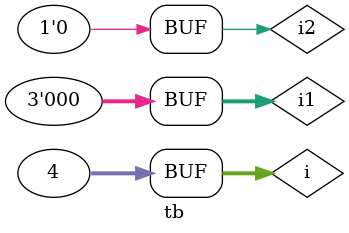
<source format=v>
`define TESTVECS 4  

module fa (input wire i0, i1, cin, output wire sum, cout);
   wire t0, t1, t2;

   
   assign sum = i0 ^ i1 ^ cin;

   
   assign t0 = i0 & i1;
   assign t1 = i1 & cin;
   assign t2 = cin & i0;

   
   assign cout = t0 | t1 | t2;
endmodule

module circuit3 (input wire [2:0] i1, input wire i2, output wire sum1, cout1);
   wire x1, x2;

   
   fa fa_1(i1[0], i1[1], i1[2], x1, x2);

   
   fa fa_2(x1, x2, i2, sum1, cout1);
endmodule

module tb;
   reg [2:0] i1;
   reg i2;
   wire sum1, cout1;
   reg [3:0] test_vecs [0:(`TESTVECS-1)];  
   integer i;

   initial begin
      $dumpfile("circuit_4.vcd");
      $dumpvars(0, tb);
   end

   initial begin
     
      test_vecs[0] = 4'b0000;
      test_vecs[1] = 4'b1001;
      test_vecs[2] = 4'b0010;
      test_vecs[3] = 4'b1111;
   end

   initial {i1, i2} = 0;

   
   circuit3 circuit3_0 (i1, i2, sum1, cout1);

   initial begin
      $display("Time\t i1\t i2\t sum1\t cout1");
      $monitor("%0t\t %b\t %b\t %b\t %b", $time, i1, i2, sum1, cout1);
      for (i = 0; i < `TESTVECS; i = i + 1) begin
         #10 {i1, i2} = test_vecs[i];
      end
   end
endmodule

</source>
